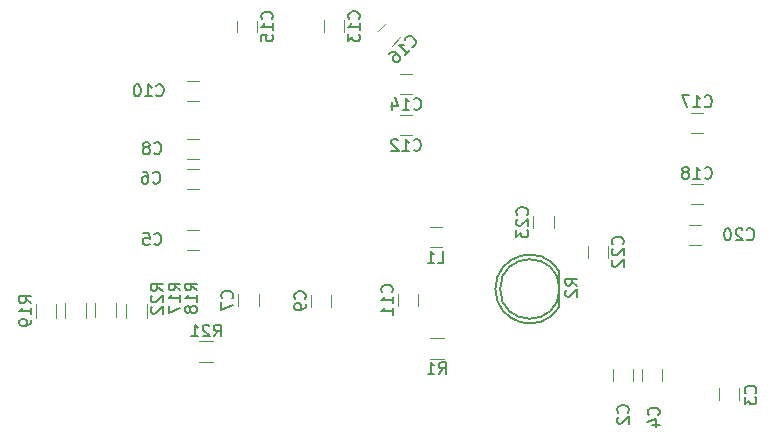
<source format=gbo>
G04 #@! TF.GenerationSoftware,KiCad,Pcbnew,(5.1.6)-1*
G04 #@! TF.CreationDate,2020-11-05T21:16:00+01:00*
G04 #@! TF.ProjectId,lag_tester,6c61675f-7465-4737-9465-722e6b696361,rev?*
G04 #@! TF.SameCoordinates,Original*
G04 #@! TF.FileFunction,Legend,Bot*
G04 #@! TF.FilePolarity,Positive*
%FSLAX46Y46*%
G04 Gerber Fmt 4.6, Leading zero omitted, Abs format (unit mm)*
G04 Created by KiCad (PCBNEW (5.1.6)-1) date 2020-11-05 21:16:00*
%MOMM*%
%LPD*%
G01*
G04 APERTURE LIST*
%ADD10C,0.120000*%
%ADD11C,0.150000*%
G04 APERTURE END LIST*
D10*
X125520000Y-92090000D02*
X126520000Y-92090000D01*
X126520000Y-93790000D02*
X125520000Y-93790000D01*
X104400000Y-97400000D02*
X103400000Y-97400000D01*
X103400000Y-95700000D02*
X104400000Y-95700000D01*
X75040000Y-102170000D02*
X75040000Y-103370000D01*
X76800000Y-103370000D02*
X76800000Y-102170000D01*
X77720000Y-102225000D02*
X77720000Y-103425000D01*
X79480000Y-103425000D02*
X79480000Y-102225000D01*
X126530000Y-87740000D02*
X125530000Y-87740000D01*
X125530000Y-86040000D02*
X126530000Y-86040000D01*
X126390000Y-97280000D02*
X125390000Y-97280000D01*
X125390000Y-95580000D02*
X126390000Y-95580000D01*
X112180000Y-95820000D02*
X112180000Y-94820000D01*
X113880000Y-94820000D02*
X113880000Y-95820000D01*
X103400000Y-106880000D02*
X104600000Y-106880000D01*
X104600000Y-105120000D02*
X103400000Y-105120000D01*
X70020000Y-102225000D02*
X70020000Y-103425000D01*
X71780000Y-103425000D02*
X71780000Y-102225000D01*
X116770000Y-98330000D02*
X116770000Y-97330000D01*
X118470000Y-97330000D02*
X118470000Y-98330000D01*
D11*
X114385536Y-100975308D02*
G75*
G03*
X114385536Y-100975308I-2517936J0D01*
G01*
X114367600Y-102475308D02*
X114367600Y-99475308D01*
X114352488Y-102500212D02*
G75*
G02*
X114367600Y-99475308I-2484888J1524904D01*
G01*
D10*
X93360000Y-102470000D02*
X93360000Y-101470000D01*
X95060000Y-101470000D02*
X95060000Y-102470000D01*
X83830000Y-89960000D02*
X82830000Y-89960000D01*
X82830000Y-88260000D02*
X83830000Y-88260000D01*
X83839999Y-92550000D02*
X82839999Y-92550000D01*
X82839999Y-90850000D02*
X83839999Y-90850000D01*
X100730000Y-102390000D02*
X100730000Y-101390000D01*
X102430000Y-101390000D02*
X102430000Y-102390000D01*
X87200000Y-102420000D02*
X87200000Y-101420000D01*
X88900000Y-101420000D02*
X88900000Y-102420000D01*
X100900000Y-86240000D02*
X101900000Y-86240000D01*
X101900000Y-87940000D02*
X100900000Y-87940000D01*
X82840000Y-95970000D02*
X83840000Y-95970000D01*
X83840000Y-97670000D02*
X82840000Y-97670000D01*
X123100000Y-107740000D02*
X123100000Y-108740000D01*
X121400000Y-108740000D02*
X121400000Y-107740000D01*
X118890000Y-108730000D02*
X118890000Y-107730000D01*
X120590000Y-107730000D02*
X120590000Y-108730000D01*
X83840000Y-85090000D02*
X82840000Y-85090000D01*
X82840000Y-83390000D02*
X83840000Y-83390000D01*
X100910000Y-82750000D02*
X101910000Y-82750000D01*
X101910000Y-84450000D02*
X100910000Y-84450000D01*
X98995406Y-79162513D02*
X99702513Y-78455406D01*
X100904594Y-79657487D02*
X100197487Y-80364594D01*
X88760000Y-78250000D02*
X88760000Y-79250000D01*
X87060000Y-79250000D02*
X87060000Y-78250000D01*
X96120000Y-78240000D02*
X96120000Y-79240000D01*
X94420000Y-79240000D02*
X94420000Y-78240000D01*
X129600000Y-109375000D02*
X129600000Y-110375000D01*
X127900000Y-110375000D02*
X127900000Y-109375000D01*
X83880000Y-107120000D02*
X85080000Y-107120000D01*
X85080000Y-105360000D02*
X83880000Y-105360000D01*
X72530000Y-102200000D02*
X72530000Y-103400000D01*
X74290000Y-103400000D02*
X74290000Y-102200000D01*
D11*
X126662857Y-91547142D02*
X126710476Y-91594761D01*
X126853333Y-91642380D01*
X126948571Y-91642380D01*
X127091428Y-91594761D01*
X127186666Y-91499523D01*
X127234285Y-91404285D01*
X127281904Y-91213809D01*
X127281904Y-91070952D01*
X127234285Y-90880476D01*
X127186666Y-90785238D01*
X127091428Y-90690000D01*
X126948571Y-90642380D01*
X126853333Y-90642380D01*
X126710476Y-90690000D01*
X126662857Y-90737619D01*
X125710476Y-91642380D02*
X126281904Y-91642380D01*
X125996190Y-91642380D02*
X125996190Y-90642380D01*
X126091428Y-90785238D01*
X126186666Y-90880476D01*
X126281904Y-90928095D01*
X125139047Y-91070952D02*
X125234285Y-91023333D01*
X125281904Y-90975714D01*
X125329523Y-90880476D01*
X125329523Y-90832857D01*
X125281904Y-90737619D01*
X125234285Y-90690000D01*
X125139047Y-90642380D01*
X124948571Y-90642380D01*
X124853333Y-90690000D01*
X124805714Y-90737619D01*
X124758095Y-90832857D01*
X124758095Y-90880476D01*
X124805714Y-90975714D01*
X124853333Y-91023333D01*
X124948571Y-91070952D01*
X125139047Y-91070952D01*
X125234285Y-91118571D01*
X125281904Y-91166190D01*
X125329523Y-91261428D01*
X125329523Y-91451904D01*
X125281904Y-91547142D01*
X125234285Y-91594761D01*
X125139047Y-91642380D01*
X124948571Y-91642380D01*
X124853333Y-91594761D01*
X124805714Y-91547142D01*
X124758095Y-91451904D01*
X124758095Y-91261428D01*
X124805714Y-91166190D01*
X124853333Y-91118571D01*
X124948571Y-91070952D01*
X104066666Y-98752380D02*
X104542857Y-98752380D01*
X104542857Y-97752380D01*
X103209523Y-98752380D02*
X103780952Y-98752380D01*
X103495238Y-98752380D02*
X103495238Y-97752380D01*
X103590476Y-97895238D01*
X103685714Y-97990476D01*
X103780952Y-98038095D01*
X82292380Y-101097142D02*
X81816190Y-100763809D01*
X82292380Y-100525714D02*
X81292380Y-100525714D01*
X81292380Y-100906666D01*
X81340000Y-101001904D01*
X81387619Y-101049523D01*
X81482857Y-101097142D01*
X81625714Y-101097142D01*
X81720952Y-101049523D01*
X81768571Y-101001904D01*
X81816190Y-100906666D01*
X81816190Y-100525714D01*
X82292380Y-102049523D02*
X82292380Y-101478095D01*
X82292380Y-101763809D02*
X81292380Y-101763809D01*
X81435238Y-101668571D01*
X81530476Y-101573333D01*
X81578095Y-101478095D01*
X81292380Y-102382857D02*
X81292380Y-103049523D01*
X82292380Y-102620952D01*
X83682380Y-101097142D02*
X83206190Y-100763809D01*
X83682380Y-100525714D02*
X82682380Y-100525714D01*
X82682380Y-100906666D01*
X82730000Y-101001904D01*
X82777619Y-101049523D01*
X82872857Y-101097142D01*
X83015714Y-101097142D01*
X83110952Y-101049523D01*
X83158571Y-101001904D01*
X83206190Y-100906666D01*
X83206190Y-100525714D01*
X83682380Y-102049523D02*
X83682380Y-101478095D01*
X83682380Y-101763809D02*
X82682380Y-101763809D01*
X82825238Y-101668571D01*
X82920476Y-101573333D01*
X82968095Y-101478095D01*
X83110952Y-102620952D02*
X83063333Y-102525714D01*
X83015714Y-102478095D01*
X82920476Y-102430476D01*
X82872857Y-102430476D01*
X82777619Y-102478095D01*
X82730000Y-102525714D01*
X82682380Y-102620952D01*
X82682380Y-102811428D01*
X82730000Y-102906666D01*
X82777619Y-102954285D01*
X82872857Y-103001904D01*
X82920476Y-103001904D01*
X83015714Y-102954285D01*
X83063333Y-102906666D01*
X83110952Y-102811428D01*
X83110952Y-102620952D01*
X83158571Y-102525714D01*
X83206190Y-102478095D01*
X83301428Y-102430476D01*
X83491904Y-102430476D01*
X83587142Y-102478095D01*
X83634761Y-102525714D01*
X83682380Y-102620952D01*
X83682380Y-102811428D01*
X83634761Y-102906666D01*
X83587142Y-102954285D01*
X83491904Y-103001904D01*
X83301428Y-103001904D01*
X83206190Y-102954285D01*
X83158571Y-102906666D01*
X83110952Y-102811428D01*
X126672857Y-85497142D02*
X126720476Y-85544761D01*
X126863333Y-85592380D01*
X126958571Y-85592380D01*
X127101428Y-85544761D01*
X127196666Y-85449523D01*
X127244285Y-85354285D01*
X127291904Y-85163809D01*
X127291904Y-85020952D01*
X127244285Y-84830476D01*
X127196666Y-84735238D01*
X127101428Y-84640000D01*
X126958571Y-84592380D01*
X126863333Y-84592380D01*
X126720476Y-84640000D01*
X126672857Y-84687619D01*
X125720476Y-85592380D02*
X126291904Y-85592380D01*
X126006190Y-85592380D02*
X126006190Y-84592380D01*
X126101428Y-84735238D01*
X126196666Y-84830476D01*
X126291904Y-84878095D01*
X125387142Y-84592380D02*
X124720476Y-84592380D01*
X125149047Y-85592380D01*
X130242857Y-96757142D02*
X130290476Y-96804761D01*
X130433333Y-96852380D01*
X130528571Y-96852380D01*
X130671428Y-96804761D01*
X130766666Y-96709523D01*
X130814285Y-96614285D01*
X130861904Y-96423809D01*
X130861904Y-96280952D01*
X130814285Y-96090476D01*
X130766666Y-95995238D01*
X130671428Y-95900000D01*
X130528571Y-95852380D01*
X130433333Y-95852380D01*
X130290476Y-95900000D01*
X130242857Y-95947619D01*
X129861904Y-95947619D02*
X129814285Y-95900000D01*
X129719047Y-95852380D01*
X129480952Y-95852380D01*
X129385714Y-95900000D01*
X129338095Y-95947619D01*
X129290476Y-96042857D01*
X129290476Y-96138095D01*
X129338095Y-96280952D01*
X129909523Y-96852380D01*
X129290476Y-96852380D01*
X128671428Y-95852380D02*
X128576190Y-95852380D01*
X128480952Y-95900000D01*
X128433333Y-95947619D01*
X128385714Y-96042857D01*
X128338095Y-96233333D01*
X128338095Y-96471428D01*
X128385714Y-96661904D01*
X128433333Y-96757142D01*
X128480952Y-96804761D01*
X128576190Y-96852380D01*
X128671428Y-96852380D01*
X128766666Y-96804761D01*
X128814285Y-96757142D01*
X128861904Y-96661904D01*
X128909523Y-96471428D01*
X128909523Y-96233333D01*
X128861904Y-96042857D01*
X128814285Y-95947619D01*
X128766666Y-95900000D01*
X128671428Y-95852380D01*
X111637142Y-94677142D02*
X111684761Y-94629523D01*
X111732380Y-94486666D01*
X111732380Y-94391428D01*
X111684761Y-94248571D01*
X111589523Y-94153333D01*
X111494285Y-94105714D01*
X111303809Y-94058095D01*
X111160952Y-94058095D01*
X110970476Y-94105714D01*
X110875238Y-94153333D01*
X110780000Y-94248571D01*
X110732380Y-94391428D01*
X110732380Y-94486666D01*
X110780000Y-94629523D01*
X110827619Y-94677142D01*
X110827619Y-95058095D02*
X110780000Y-95105714D01*
X110732380Y-95200952D01*
X110732380Y-95439047D01*
X110780000Y-95534285D01*
X110827619Y-95581904D01*
X110922857Y-95629523D01*
X111018095Y-95629523D01*
X111160952Y-95581904D01*
X111732380Y-95010476D01*
X111732380Y-95629523D01*
X110732380Y-95962857D02*
X110732380Y-96581904D01*
X111113333Y-96248571D01*
X111113333Y-96391428D01*
X111160952Y-96486666D01*
X111208571Y-96534285D01*
X111303809Y-96581904D01*
X111541904Y-96581904D01*
X111637142Y-96534285D01*
X111684761Y-96486666D01*
X111732380Y-96391428D01*
X111732380Y-96105714D01*
X111684761Y-96010476D01*
X111637142Y-95962857D01*
X104166666Y-108152380D02*
X104500000Y-107676190D01*
X104738095Y-108152380D02*
X104738095Y-107152380D01*
X104357142Y-107152380D01*
X104261904Y-107200000D01*
X104214285Y-107247619D01*
X104166666Y-107342857D01*
X104166666Y-107485714D01*
X104214285Y-107580952D01*
X104261904Y-107628571D01*
X104357142Y-107676190D01*
X104738095Y-107676190D01*
X103214285Y-108152380D02*
X103785714Y-108152380D01*
X103500000Y-108152380D02*
X103500000Y-107152380D01*
X103595238Y-107295238D01*
X103690476Y-107390476D01*
X103785714Y-107438095D01*
X69652380Y-102182142D02*
X69176190Y-101848809D01*
X69652380Y-101610714D02*
X68652380Y-101610714D01*
X68652380Y-101991666D01*
X68700000Y-102086904D01*
X68747619Y-102134523D01*
X68842857Y-102182142D01*
X68985714Y-102182142D01*
X69080952Y-102134523D01*
X69128571Y-102086904D01*
X69176190Y-101991666D01*
X69176190Y-101610714D01*
X69652380Y-103134523D02*
X69652380Y-102563095D01*
X69652380Y-102848809D02*
X68652380Y-102848809D01*
X68795238Y-102753571D01*
X68890476Y-102658333D01*
X68938095Y-102563095D01*
X69652380Y-103610714D02*
X69652380Y-103801190D01*
X69604761Y-103896428D01*
X69557142Y-103944047D01*
X69414285Y-104039285D01*
X69223809Y-104086904D01*
X68842857Y-104086904D01*
X68747619Y-104039285D01*
X68700000Y-103991666D01*
X68652380Y-103896428D01*
X68652380Y-103705952D01*
X68700000Y-103610714D01*
X68747619Y-103563095D01*
X68842857Y-103515476D01*
X69080952Y-103515476D01*
X69176190Y-103563095D01*
X69223809Y-103610714D01*
X69271428Y-103705952D01*
X69271428Y-103896428D01*
X69223809Y-103991666D01*
X69176190Y-104039285D01*
X69080952Y-104086904D01*
X119727142Y-97187142D02*
X119774761Y-97139523D01*
X119822380Y-96996666D01*
X119822380Y-96901428D01*
X119774761Y-96758571D01*
X119679523Y-96663333D01*
X119584285Y-96615714D01*
X119393809Y-96568095D01*
X119250952Y-96568095D01*
X119060476Y-96615714D01*
X118965238Y-96663333D01*
X118870000Y-96758571D01*
X118822380Y-96901428D01*
X118822380Y-96996666D01*
X118870000Y-97139523D01*
X118917619Y-97187142D01*
X118917619Y-97568095D02*
X118870000Y-97615714D01*
X118822380Y-97710952D01*
X118822380Y-97949047D01*
X118870000Y-98044285D01*
X118917619Y-98091904D01*
X119012857Y-98139523D01*
X119108095Y-98139523D01*
X119250952Y-98091904D01*
X119822380Y-97520476D01*
X119822380Y-98139523D01*
X118917619Y-98520476D02*
X118870000Y-98568095D01*
X118822380Y-98663333D01*
X118822380Y-98901428D01*
X118870000Y-98996666D01*
X118917619Y-99044285D01*
X119012857Y-99091904D01*
X119108095Y-99091904D01*
X119250952Y-99044285D01*
X119822380Y-98472857D01*
X119822380Y-99091904D01*
X115877380Y-100683333D02*
X115401190Y-100350000D01*
X115877380Y-100111904D02*
X114877380Y-100111904D01*
X114877380Y-100492857D01*
X114925000Y-100588095D01*
X114972619Y-100635714D01*
X115067857Y-100683333D01*
X115210714Y-100683333D01*
X115305952Y-100635714D01*
X115353571Y-100588095D01*
X115401190Y-100492857D01*
X115401190Y-100111904D01*
X114972619Y-101064285D02*
X114925000Y-101111904D01*
X114877380Y-101207142D01*
X114877380Y-101445238D01*
X114925000Y-101540476D01*
X114972619Y-101588095D01*
X115067857Y-101635714D01*
X115163095Y-101635714D01*
X115305952Y-101588095D01*
X115877380Y-101016666D01*
X115877380Y-101635714D01*
X92817142Y-101803333D02*
X92864761Y-101755714D01*
X92912380Y-101612857D01*
X92912380Y-101517619D01*
X92864761Y-101374761D01*
X92769523Y-101279523D01*
X92674285Y-101231904D01*
X92483809Y-101184285D01*
X92340952Y-101184285D01*
X92150476Y-101231904D01*
X92055238Y-101279523D01*
X91960000Y-101374761D01*
X91912380Y-101517619D01*
X91912380Y-101612857D01*
X91960000Y-101755714D01*
X92007619Y-101803333D01*
X92912380Y-102279523D02*
X92912380Y-102470000D01*
X92864761Y-102565238D01*
X92817142Y-102612857D01*
X92674285Y-102708095D01*
X92483809Y-102755714D01*
X92102857Y-102755714D01*
X92007619Y-102708095D01*
X91960000Y-102660476D01*
X91912380Y-102565238D01*
X91912380Y-102374761D01*
X91960000Y-102279523D01*
X92007619Y-102231904D01*
X92102857Y-102184285D01*
X92340952Y-102184285D01*
X92436190Y-102231904D01*
X92483809Y-102279523D01*
X92531428Y-102374761D01*
X92531428Y-102565238D01*
X92483809Y-102660476D01*
X92436190Y-102708095D01*
X92340952Y-102755714D01*
X80066666Y-89457142D02*
X80114285Y-89504761D01*
X80257142Y-89552380D01*
X80352380Y-89552380D01*
X80495238Y-89504761D01*
X80590476Y-89409523D01*
X80638095Y-89314285D01*
X80685714Y-89123809D01*
X80685714Y-88980952D01*
X80638095Y-88790476D01*
X80590476Y-88695238D01*
X80495238Y-88600000D01*
X80352380Y-88552380D01*
X80257142Y-88552380D01*
X80114285Y-88600000D01*
X80066666Y-88647619D01*
X79495238Y-88980952D02*
X79590476Y-88933333D01*
X79638095Y-88885714D01*
X79685714Y-88790476D01*
X79685714Y-88742857D01*
X79638095Y-88647619D01*
X79590476Y-88600000D01*
X79495238Y-88552380D01*
X79304761Y-88552380D01*
X79209523Y-88600000D01*
X79161904Y-88647619D01*
X79114285Y-88742857D01*
X79114285Y-88790476D01*
X79161904Y-88885714D01*
X79209523Y-88933333D01*
X79304761Y-88980952D01*
X79495238Y-88980952D01*
X79590476Y-89028571D01*
X79638095Y-89076190D01*
X79685714Y-89171428D01*
X79685714Y-89361904D01*
X79638095Y-89457142D01*
X79590476Y-89504761D01*
X79495238Y-89552380D01*
X79304761Y-89552380D01*
X79209523Y-89504761D01*
X79161904Y-89457142D01*
X79114285Y-89361904D01*
X79114285Y-89171428D01*
X79161904Y-89076190D01*
X79209523Y-89028571D01*
X79304761Y-88980952D01*
X79966666Y-91957142D02*
X80014285Y-92004761D01*
X80157142Y-92052380D01*
X80252380Y-92052380D01*
X80395238Y-92004761D01*
X80490476Y-91909523D01*
X80538095Y-91814285D01*
X80585714Y-91623809D01*
X80585714Y-91480952D01*
X80538095Y-91290476D01*
X80490476Y-91195238D01*
X80395238Y-91100000D01*
X80252380Y-91052380D01*
X80157142Y-91052380D01*
X80014285Y-91100000D01*
X79966666Y-91147619D01*
X79109523Y-91052380D02*
X79300000Y-91052380D01*
X79395238Y-91100000D01*
X79442857Y-91147619D01*
X79538095Y-91290476D01*
X79585714Y-91480952D01*
X79585714Y-91861904D01*
X79538095Y-91957142D01*
X79490476Y-92004761D01*
X79395238Y-92052380D01*
X79204761Y-92052380D01*
X79109523Y-92004761D01*
X79061904Y-91957142D01*
X79014285Y-91861904D01*
X79014285Y-91623809D01*
X79061904Y-91528571D01*
X79109523Y-91480952D01*
X79204761Y-91433333D01*
X79395238Y-91433333D01*
X79490476Y-91480952D01*
X79538095Y-91528571D01*
X79585714Y-91623809D01*
X100187142Y-101247142D02*
X100234761Y-101199523D01*
X100282380Y-101056666D01*
X100282380Y-100961428D01*
X100234761Y-100818571D01*
X100139523Y-100723333D01*
X100044285Y-100675714D01*
X99853809Y-100628095D01*
X99710952Y-100628095D01*
X99520476Y-100675714D01*
X99425238Y-100723333D01*
X99330000Y-100818571D01*
X99282380Y-100961428D01*
X99282380Y-101056666D01*
X99330000Y-101199523D01*
X99377619Y-101247142D01*
X100282380Y-102199523D02*
X100282380Y-101628095D01*
X100282380Y-101913809D02*
X99282380Y-101913809D01*
X99425238Y-101818571D01*
X99520476Y-101723333D01*
X99568095Y-101628095D01*
X100282380Y-103151904D02*
X100282380Y-102580476D01*
X100282380Y-102866190D02*
X99282380Y-102866190D01*
X99425238Y-102770952D01*
X99520476Y-102675714D01*
X99568095Y-102580476D01*
X86657142Y-101753333D02*
X86704761Y-101705714D01*
X86752380Y-101562857D01*
X86752380Y-101467619D01*
X86704761Y-101324761D01*
X86609523Y-101229523D01*
X86514285Y-101181904D01*
X86323809Y-101134285D01*
X86180952Y-101134285D01*
X85990476Y-101181904D01*
X85895238Y-101229523D01*
X85800000Y-101324761D01*
X85752380Y-101467619D01*
X85752380Y-101562857D01*
X85800000Y-101705714D01*
X85847619Y-101753333D01*
X85752380Y-102086666D02*
X85752380Y-102753333D01*
X86752380Y-102324761D01*
X102042857Y-89197142D02*
X102090476Y-89244761D01*
X102233333Y-89292380D01*
X102328571Y-89292380D01*
X102471428Y-89244761D01*
X102566666Y-89149523D01*
X102614285Y-89054285D01*
X102661904Y-88863809D01*
X102661904Y-88720952D01*
X102614285Y-88530476D01*
X102566666Y-88435238D01*
X102471428Y-88340000D01*
X102328571Y-88292380D01*
X102233333Y-88292380D01*
X102090476Y-88340000D01*
X102042857Y-88387619D01*
X101090476Y-89292380D02*
X101661904Y-89292380D01*
X101376190Y-89292380D02*
X101376190Y-88292380D01*
X101471428Y-88435238D01*
X101566666Y-88530476D01*
X101661904Y-88578095D01*
X100709523Y-88387619D02*
X100661904Y-88340000D01*
X100566666Y-88292380D01*
X100328571Y-88292380D01*
X100233333Y-88340000D01*
X100185714Y-88387619D01*
X100138095Y-88482857D01*
X100138095Y-88578095D01*
X100185714Y-88720952D01*
X100757142Y-89292380D01*
X100138095Y-89292380D01*
X80066666Y-97157142D02*
X80114285Y-97204761D01*
X80257142Y-97252380D01*
X80352380Y-97252380D01*
X80495238Y-97204761D01*
X80590476Y-97109523D01*
X80638095Y-97014285D01*
X80685714Y-96823809D01*
X80685714Y-96680952D01*
X80638095Y-96490476D01*
X80590476Y-96395238D01*
X80495238Y-96300000D01*
X80352380Y-96252380D01*
X80257142Y-96252380D01*
X80114285Y-96300000D01*
X80066666Y-96347619D01*
X79161904Y-96252380D02*
X79638095Y-96252380D01*
X79685714Y-96728571D01*
X79638095Y-96680952D01*
X79542857Y-96633333D01*
X79304761Y-96633333D01*
X79209523Y-96680952D01*
X79161904Y-96728571D01*
X79114285Y-96823809D01*
X79114285Y-97061904D01*
X79161904Y-97157142D01*
X79209523Y-97204761D01*
X79304761Y-97252380D01*
X79542857Y-97252380D01*
X79638095Y-97204761D01*
X79685714Y-97157142D01*
X120157142Y-111433333D02*
X120204761Y-111385714D01*
X120252380Y-111242857D01*
X120252380Y-111147619D01*
X120204761Y-111004761D01*
X120109523Y-110909523D01*
X120014285Y-110861904D01*
X119823809Y-110814285D01*
X119680952Y-110814285D01*
X119490476Y-110861904D01*
X119395238Y-110909523D01*
X119300000Y-111004761D01*
X119252380Y-111147619D01*
X119252380Y-111242857D01*
X119300000Y-111385714D01*
X119347619Y-111433333D01*
X119347619Y-111814285D02*
X119300000Y-111861904D01*
X119252380Y-111957142D01*
X119252380Y-112195238D01*
X119300000Y-112290476D01*
X119347619Y-112338095D01*
X119442857Y-112385714D01*
X119538095Y-112385714D01*
X119680952Y-112338095D01*
X120252380Y-111766666D01*
X120252380Y-112385714D01*
X122757142Y-111633333D02*
X122804761Y-111585714D01*
X122852380Y-111442857D01*
X122852380Y-111347619D01*
X122804761Y-111204761D01*
X122709523Y-111109523D01*
X122614285Y-111061904D01*
X122423809Y-111014285D01*
X122280952Y-111014285D01*
X122090476Y-111061904D01*
X121995238Y-111109523D01*
X121900000Y-111204761D01*
X121852380Y-111347619D01*
X121852380Y-111442857D01*
X121900000Y-111585714D01*
X121947619Y-111633333D01*
X122185714Y-112490476D02*
X122852380Y-112490476D01*
X121804761Y-112252380D02*
X122519047Y-112014285D01*
X122519047Y-112633333D01*
X80242857Y-84557142D02*
X80290476Y-84604761D01*
X80433333Y-84652380D01*
X80528571Y-84652380D01*
X80671428Y-84604761D01*
X80766666Y-84509523D01*
X80814285Y-84414285D01*
X80861904Y-84223809D01*
X80861904Y-84080952D01*
X80814285Y-83890476D01*
X80766666Y-83795238D01*
X80671428Y-83700000D01*
X80528571Y-83652380D01*
X80433333Y-83652380D01*
X80290476Y-83700000D01*
X80242857Y-83747619D01*
X79290476Y-84652380D02*
X79861904Y-84652380D01*
X79576190Y-84652380D02*
X79576190Y-83652380D01*
X79671428Y-83795238D01*
X79766666Y-83890476D01*
X79861904Y-83938095D01*
X78671428Y-83652380D02*
X78576190Y-83652380D01*
X78480952Y-83700000D01*
X78433333Y-83747619D01*
X78385714Y-83842857D01*
X78338095Y-84033333D01*
X78338095Y-84271428D01*
X78385714Y-84461904D01*
X78433333Y-84557142D01*
X78480952Y-84604761D01*
X78576190Y-84652380D01*
X78671428Y-84652380D01*
X78766666Y-84604761D01*
X78814285Y-84557142D01*
X78861904Y-84461904D01*
X78909523Y-84271428D01*
X78909523Y-84033333D01*
X78861904Y-83842857D01*
X78814285Y-83747619D01*
X78766666Y-83700000D01*
X78671428Y-83652380D01*
X102052857Y-85707142D02*
X102100476Y-85754761D01*
X102243333Y-85802380D01*
X102338571Y-85802380D01*
X102481428Y-85754761D01*
X102576666Y-85659523D01*
X102624285Y-85564285D01*
X102671904Y-85373809D01*
X102671904Y-85230952D01*
X102624285Y-85040476D01*
X102576666Y-84945238D01*
X102481428Y-84850000D01*
X102338571Y-84802380D01*
X102243333Y-84802380D01*
X102100476Y-84850000D01*
X102052857Y-84897619D01*
X101100476Y-85802380D02*
X101671904Y-85802380D01*
X101386190Y-85802380D02*
X101386190Y-84802380D01*
X101481428Y-84945238D01*
X101576666Y-85040476D01*
X101671904Y-85088095D01*
X100243333Y-85135714D02*
X100243333Y-85802380D01*
X100481428Y-84754761D02*
X100719523Y-85469047D01*
X100100476Y-85469047D01*
X101894543Y-80445406D02*
X101961887Y-80445406D01*
X102096574Y-80378062D01*
X102163917Y-80310719D01*
X102231261Y-80176032D01*
X102231261Y-80041345D01*
X102197589Y-79940330D01*
X102096574Y-79771971D01*
X101995559Y-79670956D01*
X101827200Y-79569940D01*
X101726185Y-79536269D01*
X101591498Y-79536269D01*
X101456811Y-79603612D01*
X101389467Y-79670956D01*
X101322124Y-79805643D01*
X101322124Y-79872986D01*
X101288452Y-81186185D02*
X101692513Y-80782124D01*
X101490482Y-80984154D02*
X100783375Y-80277047D01*
X100951734Y-80310719D01*
X101086421Y-80310719D01*
X101187437Y-80277047D01*
X99975253Y-81085169D02*
X100109940Y-80950482D01*
X100210956Y-80916811D01*
X100278299Y-80916811D01*
X100446658Y-80950482D01*
X100615017Y-81051498D01*
X100884391Y-81320872D01*
X100918062Y-81421887D01*
X100918062Y-81489230D01*
X100884391Y-81590246D01*
X100749704Y-81724933D01*
X100648688Y-81758604D01*
X100581345Y-81758604D01*
X100480330Y-81724933D01*
X100311971Y-81556574D01*
X100278299Y-81455559D01*
X100278299Y-81388215D01*
X100311971Y-81287200D01*
X100446658Y-81152513D01*
X100547673Y-81118841D01*
X100615017Y-81118841D01*
X100716032Y-81152513D01*
X90017142Y-78107142D02*
X90064761Y-78059523D01*
X90112380Y-77916666D01*
X90112380Y-77821428D01*
X90064761Y-77678571D01*
X89969523Y-77583333D01*
X89874285Y-77535714D01*
X89683809Y-77488095D01*
X89540952Y-77488095D01*
X89350476Y-77535714D01*
X89255238Y-77583333D01*
X89160000Y-77678571D01*
X89112380Y-77821428D01*
X89112380Y-77916666D01*
X89160000Y-78059523D01*
X89207619Y-78107142D01*
X90112380Y-79059523D02*
X90112380Y-78488095D01*
X90112380Y-78773809D02*
X89112380Y-78773809D01*
X89255238Y-78678571D01*
X89350476Y-78583333D01*
X89398095Y-78488095D01*
X89112380Y-79964285D02*
X89112380Y-79488095D01*
X89588571Y-79440476D01*
X89540952Y-79488095D01*
X89493333Y-79583333D01*
X89493333Y-79821428D01*
X89540952Y-79916666D01*
X89588571Y-79964285D01*
X89683809Y-80011904D01*
X89921904Y-80011904D01*
X90017142Y-79964285D01*
X90064761Y-79916666D01*
X90112380Y-79821428D01*
X90112380Y-79583333D01*
X90064761Y-79488095D01*
X90017142Y-79440476D01*
X97377142Y-78097142D02*
X97424761Y-78049523D01*
X97472380Y-77906666D01*
X97472380Y-77811428D01*
X97424761Y-77668571D01*
X97329523Y-77573333D01*
X97234285Y-77525714D01*
X97043809Y-77478095D01*
X96900952Y-77478095D01*
X96710476Y-77525714D01*
X96615238Y-77573333D01*
X96520000Y-77668571D01*
X96472380Y-77811428D01*
X96472380Y-77906666D01*
X96520000Y-78049523D01*
X96567619Y-78097142D01*
X97472380Y-79049523D02*
X97472380Y-78478095D01*
X97472380Y-78763809D02*
X96472380Y-78763809D01*
X96615238Y-78668571D01*
X96710476Y-78573333D01*
X96758095Y-78478095D01*
X96472380Y-79382857D02*
X96472380Y-80001904D01*
X96853333Y-79668571D01*
X96853333Y-79811428D01*
X96900952Y-79906666D01*
X96948571Y-79954285D01*
X97043809Y-80001904D01*
X97281904Y-80001904D01*
X97377142Y-79954285D01*
X97424761Y-79906666D01*
X97472380Y-79811428D01*
X97472380Y-79525714D01*
X97424761Y-79430476D01*
X97377142Y-79382857D01*
X130957142Y-109798333D02*
X131004761Y-109750714D01*
X131052380Y-109607857D01*
X131052380Y-109512619D01*
X131004761Y-109369761D01*
X130909523Y-109274523D01*
X130814285Y-109226904D01*
X130623809Y-109179285D01*
X130480952Y-109179285D01*
X130290476Y-109226904D01*
X130195238Y-109274523D01*
X130100000Y-109369761D01*
X130052380Y-109512619D01*
X130052380Y-109607857D01*
X130100000Y-109750714D01*
X130147619Y-109798333D01*
X130052380Y-110131666D02*
X130052380Y-110750714D01*
X130433333Y-110417380D01*
X130433333Y-110560238D01*
X130480952Y-110655476D01*
X130528571Y-110703095D01*
X130623809Y-110750714D01*
X130861904Y-110750714D01*
X130957142Y-110703095D01*
X131004761Y-110655476D01*
X131052380Y-110560238D01*
X131052380Y-110274523D01*
X131004761Y-110179285D01*
X130957142Y-110131666D01*
X85122857Y-104992380D02*
X85456190Y-104516190D01*
X85694285Y-104992380D02*
X85694285Y-103992380D01*
X85313333Y-103992380D01*
X85218095Y-104040000D01*
X85170476Y-104087619D01*
X85122857Y-104182857D01*
X85122857Y-104325714D01*
X85170476Y-104420952D01*
X85218095Y-104468571D01*
X85313333Y-104516190D01*
X85694285Y-104516190D01*
X84741904Y-104087619D02*
X84694285Y-104040000D01*
X84599047Y-103992380D01*
X84360952Y-103992380D01*
X84265714Y-104040000D01*
X84218095Y-104087619D01*
X84170476Y-104182857D01*
X84170476Y-104278095D01*
X84218095Y-104420952D01*
X84789523Y-104992380D01*
X84170476Y-104992380D01*
X83218095Y-104992380D02*
X83789523Y-104992380D01*
X83503809Y-104992380D02*
X83503809Y-103992380D01*
X83599047Y-104135238D01*
X83694285Y-104230476D01*
X83789523Y-104278095D01*
X80782380Y-101147142D02*
X80306190Y-100813809D01*
X80782380Y-100575714D02*
X79782380Y-100575714D01*
X79782380Y-100956666D01*
X79830000Y-101051904D01*
X79877619Y-101099523D01*
X79972857Y-101147142D01*
X80115714Y-101147142D01*
X80210952Y-101099523D01*
X80258571Y-101051904D01*
X80306190Y-100956666D01*
X80306190Y-100575714D01*
X79877619Y-101528095D02*
X79830000Y-101575714D01*
X79782380Y-101670952D01*
X79782380Y-101909047D01*
X79830000Y-102004285D01*
X79877619Y-102051904D01*
X79972857Y-102099523D01*
X80068095Y-102099523D01*
X80210952Y-102051904D01*
X80782380Y-101480476D01*
X80782380Y-102099523D01*
X79877619Y-102480476D02*
X79830000Y-102528095D01*
X79782380Y-102623333D01*
X79782380Y-102861428D01*
X79830000Y-102956666D01*
X79877619Y-103004285D01*
X79972857Y-103051904D01*
X80068095Y-103051904D01*
X80210952Y-103004285D01*
X80782380Y-102432857D01*
X80782380Y-103051904D01*
M02*

</source>
